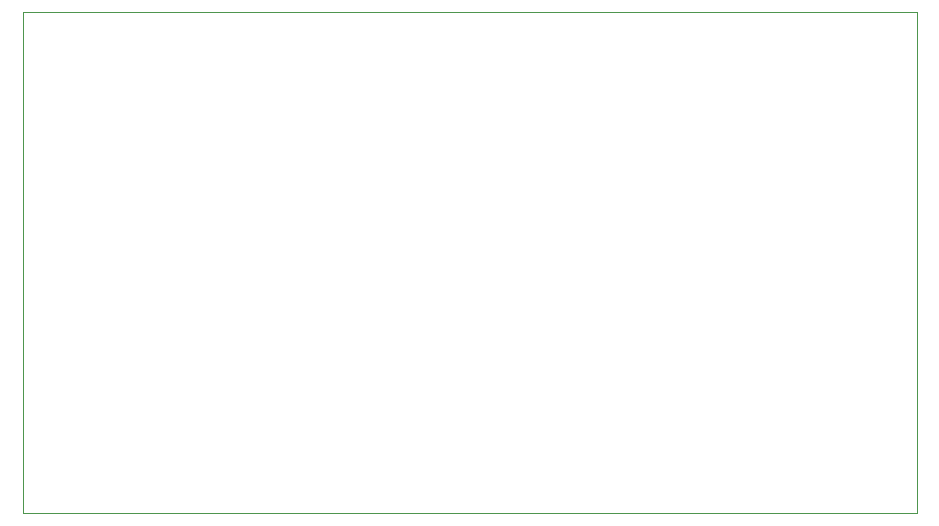
<source format=gbr>
%TF.GenerationSoftware,KiCad,Pcbnew,9.0.0*%
%TF.CreationDate,2025-07-25T14:40:04+02:00*%
%TF.ProjectId,usb_c_pd_source,7573625f-635f-4706-945f-736f75726365,rev?*%
%TF.SameCoordinates,Original*%
%TF.FileFunction,Profile,NP*%
%FSLAX46Y46*%
G04 Gerber Fmt 4.6, Leading zero omitted, Abs format (unit mm)*
G04 Created by KiCad (PCBNEW 9.0.0) date 2025-07-25 14:40:04*
%MOMM*%
%LPD*%
G01*
G04 APERTURE LIST*
%TA.AperFunction,Profile*%
%ADD10C,0.050000*%
%TD*%
G04 APERTURE END LIST*
D10*
X64700000Y-108950000D02*
X140400000Y-108950000D01*
X140400000Y-151350000D01*
X64700000Y-151350000D01*
X64700000Y-108950000D01*
M02*

</source>
